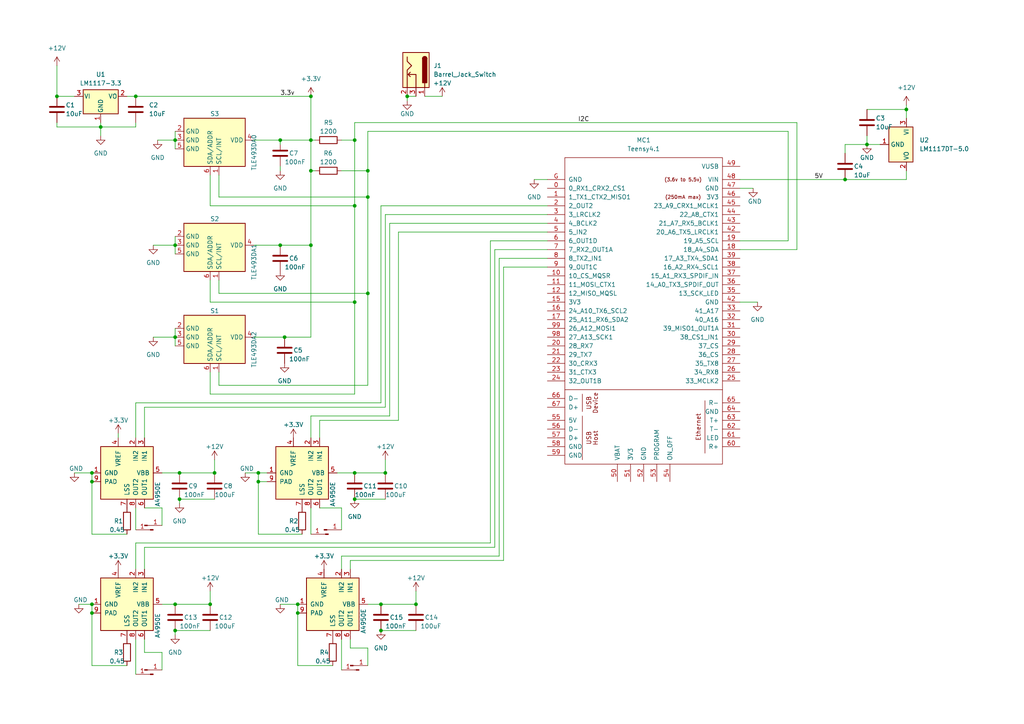
<source format=kicad_sch>
(kicad_sch (version 20230121) (generator eeschema)
  (paper "A4")
  (lib_symbols
    (symbol "Connector:Barrel_Jack_Switch" (pin_names hide)
      (property "Reference" "J" (at 0 5.334 0))
      (property "Value" "Barrel_Jack_Switch" (at 0 -5.08 0))
      (symbol "Barrel_Jack_Switch_0_1"
        (rectangle (start -5.08 3.81) (end 5.08 -3.81) (stroke (width 0.254)) (fill (type background)))
        (arc (start -3.302 3.175) (mid -3.9343 2.54) (end -3.302 1.905) (stroke (width 0.254)))
        (arc (start -3.302 3.175) (mid -3.9343 2.54) (end -3.302 1.905) (stroke (width 0.254)) (fill (type outline)))
        (polyline (pts (xy 1.27 -2.286) (xy 1.905 -1.651)) (stroke (width 0.254)))
        (polyline (pts (xy 5.08 2.54) (xy 3.81 2.54)) (stroke (width 0.254)))
        (polyline (pts (xy 5.08 0) (xy 1.27 0) (xy 1.27 -2.286) (xy 0.635 -1.651)) (stroke (width 0.254)))
        (polyline (pts (xy -3.81 -2.54) (xy -2.54 -2.54) (xy -1.27 -1.27) (xy 0 -2.54) (xy 2.54 -2.54) (xy 5.08 -2.54)) (stroke (width 0.254)))
        (rectangle (start 3.683 3.175) (end -3.302 1.905) (stroke (width 0.254)) (fill (type outline)))
      )
      (symbol "Barrel_Jack_Switch_1_1"
        (pin passive line (at 7.62 2.54 180) (length 2.54) (name "~") (number "1"))
        (pin passive line (at 7.62 -2.54 180) (length 2.54) (name "~") (number "2"))
        (pin passive line (at 7.62 0 180) (length 2.54) (name "~") (number "3"))
      )
    )
    (symbol "Connector:Conn_01x01_Pin" (pin_names (offset 1.016) hide)
      (property "Reference" "J" (at 0 2.54 0))
      (property "Value" "Conn_01x01_Pin" (at 0 -2.54 0))
      (symbol "Conn_01x01_Pin_1_1"
        (polyline (pts (xy 1.27 0) (xy 0.8636 0)) (stroke (width 0.1524)))
        (rectangle (start 0.8636 0.127) (end 0 -0.127) (stroke (width 0.1524)) (fill (type outline)))
        (pin passive line (at 5.08 0 180) (length 3.81) (name "Pin_1") (number "1"))
      )
    )
    (symbol "Device:C" (pin_numbers hide) (pin_names (offset 0.254))
      (property "Reference" "C" (at 0.635 2.54 0))
      (property "Value" "C" (at 0.635 -2.54 0))
      (symbol "C_0_1"
        (polyline (pts (xy -2.032 -0.762) (xy 2.032 -0.762)) (stroke (width 0.508)))
        (polyline (pts (xy -2.032 0.762) (xy 2.032 0.762)) (stroke (width 0.508)))
      )
      (symbol "C_1_1"
        (pin passive line (at 0 3.81 270) (length 2.794) (name "~") (number "1"))
        (pin passive line (at 0 -3.81 90) (length 2.794) (name "~") (number "2"))
      )
    )
    (symbol "Device:R" (pin_numbers hide) (pin_names (offset 0))
      (property "Reference" "R" (at 2.032 0 90))
      (property "Value" "R" (at 0 0 90))
      (symbol "R_0_1"
        (rectangle (start -1.016 -2.54) (end 1.016 2.54) (stroke (width 0.254)))
      )
      (symbol "R_1_1"
        (pin passive line (at 0 3.81 270) (length 1.27) (name "~") (number "1"))
        (pin passive line (at 0 -3.81 90) (length 1.27) (name "~") (number "2"))
      )
    )
    (symbol "Driver_Motor:A4950E" (pin_names (offset 1.016))
      (property "Reference" "U" (at -7.62 8.89 0))
      (property "Value" "A4950E" (at 5.08 8.89 0))
      (symbol "A4950E_0_1"
        (rectangle (start -7.62 7.62) (end 7.62 -7.62) (stroke (width 0.254)) (fill (type background)))
      )
      (symbol "A4950E_1_1"
        (pin power_in line (at 0 -10.16 90) (length 2.54) (name "GND") (number "1"))
        (pin input line (at -10.16 2.54 0) (length 2.54) (name "IN2") (number "2"))
        (pin input line (at -10.16 5.08 0) (length 2.54) (name "IN1") (number "3"))
        (pin passive line (at -10.16 -2.54 0) (length 2.54) (name "VREF") (number "4"))
        (pin power_in line (at 0 10.16 270) (length 2.54) (name "VBB") (number "5"))
        (pin power_out line (at 10.16 5.08 180) (length 2.54) (name "OUT1") (number "6"))
        (pin power_in line (at 10.16 0 180) (length 2.54) (name "LSS") (number "7"))
        (pin power_out line (at 10.16 2.54 180) (length 2.54) (name "OUT2") (number "8"))
        (pin power_in line (at 2.54 -10.16 90) (length 2.54) (name "PAD") (number "9"))
      )
    )
    (symbol "Regulator_Linear1:LM1117-3.3" (pin_names (offset 0.254))
      (property "Reference" "U" (at -3.81 3.175 0))
      (property "Value" "LM1117-3.3" (at 0 3.175 0))
      (symbol "LM1117-3.3_0_1"
        (rectangle (start -5.08 -5.08) (end 5.08 1.905) (stroke (width 0.254)) (fill (type background)))
      )
      (symbol "LM1117-3.3_1_1"
        (pin power_in line (at 0 -7.62 90) (length 2.54) (name "GND") (number "1"))
        (pin power_out line (at 7.62 0 180) (length 2.54) (name "VO") (number "2"))
        (pin power_in line (at -7.62 0 0) (length 2.54) (name "VI") (number "3"))
      )
    )
    (symbol "Regulator_Linear:LM1117DT-5.0"
      (property "Reference" "U" (at -3.81 3.175 0))
      (property "Value" "LM1117DT-5.0" (at 0 3.175 0))
      (symbol "LM1117DT-5.0_0_1"
        (rectangle (start -5.08 -5.08) (end 5.08 1.905) (stroke (width 0.254)) (fill (type background)))
      )
      (symbol "LM1117DT-5.0_1_1"
        (pin power_in line (at 0 -7.62 90) (length 2.54) (name "GND") (number "1"))
        (pin power_out line (at 7.62 0 180) (length 2.54) (name "VO") (number "2"))
        (pin power_in line (at -7.62 0 0) (length 2.54) (name "VI") (number "3"))
      )
    )
    (symbol "Sensor_Magnetic:TLV493D"
      (property "Reference" "U" (at -6.35 11.43 0))
      (property "Value" "TLV493D" (at 5.08 11.43 0))
      (symbol "TLV493D_0_1"
        (rectangle (start -7.62 10.16) (end 6.35 -7.62) (stroke (width 0.254)) (fill (type background)))
      )
      (symbol "TLV493D_1_1"
        (pin bidirectional line (at -10.16 2.54 0) (length 2.54) (name "SCL/INT") (number "1"))
        (pin power_in line (at 2.54 -10.16 90) (length 2.54) (name "GND") (number "2"))
        (pin power_in line (at 0 -10.16 90) (length 2.54) (name "GND") (number "3"))
        (pin power_in line (at 0 12.7 270) (length 2.54) (name "VDD") (number "4"))
        (pin power_in line (at -2.54 -10.16 90) (length 2.54) (name "GND") (number "5"))
        (pin bidirectional line (at -10.16 0 0) (length 2.54) (name "SDA/ADDR") (number "6"))
      )
    )
    (symbol "power:+12V" (power) (pin_names (offset 0))
      (property "Value" "+12V" (at 0 3.556 0))
      (symbol "+12V_0_1"
        (polyline (pts (xy -0.762 1.27) (xy 0 2.54)))
        (polyline (pts (xy 0 0) (xy 0 2.54)))
        (polyline (pts (xy 0 2.54) (xy 0.762 1.27)))
      )
      (symbol "+12V_1_1"
        (pin power_in line (at 0 0 90) (length 0) hide (name "+12V") (number "1"))
      )
    )
    (symbol "power:+3.3V" (power) (pin_names (offset 0))
      (property "Value" "+3.3V" (at 0 3.556 0))
      (symbol "+3.3V_0_1"
        (polyline (pts (xy -0.762 1.27) (xy 0 2.54)))
        (polyline (pts (xy 0 0) (xy 0 2.54)))
        (polyline (pts (xy 0 2.54) (xy 0.762 1.27)))
      )
      (symbol "+3.3V_1_1"
        (pin power_in line (at 0 0 90) (length 0) hide (name "+3.3V") (number "1"))
      )
    )
    (symbol "power:GND" (power) (pin_names (offset 0))
      (property "Value" "GND" (at 0 -3.81 0))
      (symbol "GND_0_1"
        (polyline (pts (xy 0 0) (xy 0 -1.27) (xy 1.27 -1.27) (xy 0 -2.54) (xy -1.27 -1.27) (xy 0 -1.27)))
      )
      (symbol "GND_1_1"
        (pin power_in line (at 0 0 270) (length 0) hide (name "GND") (number "1"))
      )
    )
    (symbol "teensy:Teensy4.1" (pin_names (offset 1.016))
      (property "Reference" "MC1" (at 0 66.04 0))
      (property "Value" "Teensy4.1" (at 0 63.5 0))
      (symbol "Teensy4.1_0_0"
        (polyline (pts (xy -22.86 -6.35) (xy 22.86 -6.35)))
        (polyline (pts (xy -17.78 -26.67) (xy -17.78 -13.97)))
        (polyline (pts (xy -17.78 -7.62) (xy -17.78 -12.7)))
        (polyline (pts (xy 17.78 -9.525) (xy 17.78 -24.765)))
        (text "(250mA max)" (at 11.43 49.53 0) (effects (font (size 1.016 1.016))))
        (text "(3.6v to 5.5v)" (at 11.43 54.61 0) (effects (font (size 1.016 1.016))))
        (text "Device" (at -13.97 -10.16 900) (effects (font (size 1.27 1.27))))
        (text "Ethernet" (at 15.875 -17.145 900) (effects (font (size 1.27 1.27))))
        (text "Host" (at -13.97 -20.32 900) (effects (font (size 1.27 1.27))))
        (text "USB" (at -15.875 -20.32 900) (effects (font (size 1.27 1.27))))
        (text "USB" (at -15.875 -10.16 900) (effects (font (size 1.27 1.27))))
        (pin power_in line (at -27.94 19.05 0) (length 5.08) (name "3V3") (number "15"))
        (pin bidirectional line (at -27.94 16.51 0) (length 5.08) (name "24_A10_TX6_SCL2") (number "16"))
        (pin bidirectional line (at -27.94 13.97 0) (length 5.08) (name "25_A11_RX6_SDA2") (number "17"))
        (pin bidirectional line (at -27.94 6.35 0) (length 5.08) (name "28_RX7") (number "20"))
        (pin bidirectional line (at -27.94 3.81 0) (length 5.08) (name "29_TX7") (number "21"))
        (pin bidirectional line (at -27.94 1.27 0) (length 5.08) (name "30_CRX3") (number "22"))
        (pin bidirectional line (at -27.94 -1.27 0) (length 5.08) (name "31_CTX3") (number "23"))
        (pin bidirectional line (at -27.94 -3.81 0) (length 5.08) (name "32_OUT1B") (number "24"))
        (pin bidirectional line (at 27.94 -3.81 180) (length 5.08) (name "33_MCLK2") (number "25"))
        (pin bidirectional line (at 27.94 -1.27 180) (length 5.08) (name "34_RX8") (number "26"))
        (pin bidirectional line (at 27.94 1.27 180) (length 5.08) (name "35_TX8") (number "27"))
        (pin bidirectional line (at 27.94 3.81 180) (length 5.08) (name "36_CS") (number "28"))
        (pin bidirectional line (at 27.94 6.35 180) (length 5.08) (name "37_CS") (number "29"))
        (pin bidirectional line (at 27.94 8.89 180) (length 5.08) (name "38_CS1_IN1") (number "30"))
        (pin bidirectional line (at 27.94 11.43 180) (length 5.08) (name "39_MISO1_OUT1A") (number "31"))
        (pin bidirectional line (at 27.94 13.97 180) (length 5.08) (name "40_A16") (number "32"))
        (pin bidirectional line (at 27.94 16.51 180) (length 5.08) (name "41_A17") (number "33"))
        (pin bidirectional line (at 27.94 21.59 180) (length 5.08) (name "13_SCK_LED") (number "35"))
        (pin bidirectional line (at 27.94 24.13 180) (length 5.08) (name "14_A0_TX3_SPDIF_OUT") (number "36"))
        (pin bidirectional line (at 27.94 26.67 180) (length 5.08) (name "15_A1_RX3_SPDIF_IN") (number "37"))
        (pin bidirectional line (at 27.94 29.21 180) (length 5.08) (name "16_A2_RX4_SCL1") (number "38"))
        (pin bidirectional line (at 27.94 31.75 180) (length 5.08) (name "17_A3_TX4_SDA1") (number "39"))
        (pin bidirectional line (at 27.94 39.37 180) (length 5.08) (name "20_A6_TX5_LRCLK1") (number "42"))
        (pin bidirectional line (at 27.94 41.91 180) (length 5.08) (name "21_A7_RX5_BCLK1") (number "43"))
        (pin bidirectional line (at 27.94 44.45 180) (length 5.08) (name "22_A8_CTX1") (number "44"))
        (pin bidirectional line (at 27.94 46.99 180) (length 5.08) (name "23_A9_CRX1_MCLK1") (number "45"))
        (pin output line (at 27.94 49.53 180) (length 5.08) (name "3V3") (number "46"))
        (pin output line (at 27.94 52.07 180) (length 5.08) (name "GND") (number "47"))
        (pin power_in line (at 27.94 54.61 180) (length 5.08) (name "VIN") (number "48"))
        (pin power_out line (at 27.94 58.42 180) (length 5.08) (name "VUSB") (number "49"))
        (pin power_in line (at -7.62 -33.02 90) (length 5.08) (name "VBAT") (number "50"))
        (pin power_in line (at -3.81 -33.02 90) (length 5.08) (name "3V3") (number "51"))
        (pin input line (at 0 -33.02 90) (length 5.08) (name "GND") (number "52"))
        (pin input line (at 3.81 -33.02 90) (length 5.08) (name "PROGRAM") (number "53"))
        (pin input line (at 7.62 -33.02 90) (length 5.08) (name "ON_OFF") (number "54"))
        (pin power_out line (at -27.94 -15.24 0) (length 5.08) (name "5V") (number "55"))
        (pin bidirectional line (at -27.94 -17.78 0) (length 5.08) (name "D-") (number "56"))
        (pin bidirectional line (at -27.94 -20.32 0) (length 5.08) (name "D+") (number "57"))
        (pin power_in line (at -27.94 -22.86 0) (length 5.08) (name "GND") (number "58"))
        (pin power_in line (at -27.94 -25.4 0) (length 5.08) (name "GND") (number "59"))
        (pin bidirectional line (at 27.94 -22.86 180) (length 5.08) (name "R+") (number "60"))
        (pin bidirectional line (at 27.94 -20.32 180) (length 5.08) (name "LED") (number "61"))
        (pin bidirectional line (at 27.94 -17.78 180) (length 5.08) (name "T-") (number "62"))
        (pin bidirectional line (at 27.94 -15.24 180) (length 5.08) (name "T+") (number "63"))
        (pin power_in line (at 27.94 -12.7 180) (length 5.08) (name "GND") (number "64"))
        (pin bidirectional line (at 27.94 -10.16 180) (length 5.08) (name "R-") (number "65"))
        (pin bidirectional line (at -27.94 -8.89 0) (length 5.08) (name "D-") (number "66"))
        (pin bidirectional line (at -27.94 -11.43 0) (length 5.08) (name "D+") (number "67"))
      )
      (symbol "Teensy4.1_0_1"
        (rectangle (start -22.86 60.96) (end 22.86 -27.94))
        (rectangle (start -20.32 -1.27) (end -20.32 -1.27))
      )
      (symbol "Teensy4.1_1_0"
        (pin bidirectional line (at -27.94 26.67 0) (length 5.08) (name "10_CS_MQSR") (number "10"))
        (pin bidirectional line (at -27.94 24.13 0) (length 5.08) (name "11_MOSI_CTX1") (number "11"))
        (pin bidirectional line (at -27.94 21.59 0) (length 5.08) (name "12_MISO_MQSL") (number "12"))
        (pin bidirectional line (at 27.94 34.29 180) (length 5.08) (name "18_A4_SDA") (number "18"))
        (pin bidirectional line (at 27.94 36.83 180) (length 5.08) (name "19_A5_SCL") (number "19"))
        (pin bidirectional line (at -27.94 44.45 0) (length 5.08) (name "3_LRCLK2") (number "3"))
        (pin bidirectional line (at -27.94 41.91 0) (length 5.08) (name "4_BCLK2") (number "4"))
        (pin bidirectional line (at -27.94 39.37 0) (length 5.08) (name "5_IN2") (number "5"))
        (pin bidirectional line (at -27.94 36.83 0) (length 5.08) (name "6_OUT1D") (number "6"))
        (pin bidirectional line (at -27.94 34.29 0) (length 5.08) (name "7_RX2_OUT1A") (number "7"))
        (pin bidirectional line (at -27.94 31.75 0) (length 5.08) (name "8_TX2_IN1") (number "8"))
        (pin bidirectional line (at -27.94 29.21 0) (length 5.08) (name "9_OUT1C") (number "9"))
        (pin bidirectional line (at -27.94 8.89 0) (length 5.08) (name "27_A13_SCK1") (number "98"))
        (pin bidirectional line (at -27.94 11.43 0) (length 5.08) (name "26_A12_MOSI1") (number "99"))
      )
      (symbol "Teensy4.1_1_1"
        (pin bidirectional line (at -27.94 52.07 0) (length 5.08) (name "0_RX1_CRX2_CS1") (number "0"))
        (pin bidirectional line (at -27.94 49.53 0) (length 5.08) (name "1_TX1_CTX2_MISO1") (number "1"))
        (pin bidirectional line (at -27.94 46.99 0) (length 5.08) (name "2_OUT2") (number "2"))
        (pin power_in line (at 27.94 19.05 180) (length 5.08) (name "GND") (number "42"))
        (pin power_in line (at -27.94 54.61 0) (length 5.08) (name "GND") (number "G"))
      )
    )
  )
  (junction (at 106.68 85.09))
  (junction (at 82.55 97.79))
  (junction (at 118.11 27.94))
  (junction (at 106.68 49.53))
  (junction (at 26.67 175.26))
  (junction (at 102.87 87.63))
  (junction (at 81.28 40.64))
  (junction (at 106.68 57.15))
  (junction (at 86.36 175.26))
  (junction (at 86.36 177.8))
  (junction (at 50.8 182.88))
  (junction (at 50.8 97.79))
  (junction (at 102.87 144.78))
  (junction (at 90.17 27.94))
  (junction (at 90.17 40.64))
  (junction (at 39.37 27.94))
  (junction (at 62.23 137.16))
  (junction (at 74.93 139.7))
  (junction (at 111.76 137.16))
  (junction (at 50.8 71.12))
  (junction (at 26.67 137.16))
  (junction (at 120.65 175.26))
  (junction (at 102.87 59.69))
  (junction (at 26.67 139.7))
  (junction (at 29.21 36.83))
  (junction (at 81.28 71.12))
  (junction (at 16.51 27.94))
  (junction (at 90.17 49.53))
  (junction (at 52.07 144.78))
  (junction (at 52.07 137.16))
  (junction (at 102.87 40.64))
  (junction (at 110.49 182.88))
  (junction (at 110.49 175.26))
  (junction (at 50.8 40.64))
  (junction (at 74.93 137.16))
  (junction (at 262.89 31.75))
  (junction (at 60.96 175.26))
  (junction (at 50.8 175.26))
  (junction (at 245.11 52.07))
  (junction (at 26.67 177.8))
  (junction (at 251.46 41.91))
  (junction (at 102.87 137.16))
  (junction (at 90.17 71.12))
  (wire (pts (xy 41.91 189.23) (xy 46.99 189.23)))
  (wire (pts (xy 101.6 185.42) (xy 101.6 187.96)))
  (wire (pts (xy 154.94 52.07) (xy 158.75 52.07)))
  (wire (pts (xy 90.17 120.65) (xy 90.17 127)))
  (wire (pts (xy 81.28 48.26) (xy 81.28 49.53)))
  (wire (pts (xy 251.46 31.75) (xy 262.89 31.75)))
  (wire (pts (xy 16.51 36.83) (xy 29.21 36.83)))
  (wire (pts (xy 219.71 87.63) (xy 214.63 87.63)))
  (wire (pts (xy 81.28 40.64) (xy 90.17 40.64)))
  (wire (pts (xy 26.67 137.16) (xy 26.67 139.7)))
  (wire (pts (xy 34.29 125.73) (xy 34.29 127)))
  (wire (pts (xy 115.57 67.31) (xy 115.57 121.92)))
  (wire (pts (xy 101.6 187.96) (xy 106.68 187.96)))
  (wire (pts (xy 144.78 74.93) (xy 144.78 161.29)))
  (wire (pts (xy 63.5 107.95) (xy 63.5 111.76)))
  (wire (pts (xy 111.76 118.11) (xy 111.76 62.23)))
  (wire (pts (xy 99.06 161.29) (xy 99.06 165.1)))
  (wire (pts (xy 146.05 77.47) (xy 146.05 162.56)))
  (wire (pts (xy 46.99 189.23) (xy 46.99 194.31)))
  (wire (pts (xy 26.67 175.26) (xy 26.67 177.8)))
  (wire (pts (xy 44.45 97.79) (xy 50.8 97.79)))
  (wire (pts (xy 60.96 107.95) (xy 60.96 114.3)))
  (wire (pts (xy 102.87 35.56) (xy 102.87 40.64)))
  (wire (pts (xy 81.28 71.12) (xy 90.17 71.12)))
  (wire (pts (xy 102.87 87.63) (xy 102.87 114.3)))
  (wire (pts (xy 158.75 59.69) (xy 110.49 59.69)))
  (wire (pts (xy 143.51 72.39) (xy 143.51 158.75)))
  (wire (pts (xy 97.79 137.16) (xy 102.87 137.16)))
  (wire (pts (xy 71.12 137.16) (xy 74.93 137.16)))
  (wire (pts (xy 99.06 185.42) (xy 99.06 194.31)))
  (wire (pts (xy 81.28 175.26) (xy 86.36 175.26)))
  (wire (pts (xy 41.91 158.75) (xy 41.91 165.1)))
  (wire (pts (xy 21.59 137.16) (xy 26.67 137.16)))
  (wire (pts (xy 46.99 137.16) (xy 52.07 137.16)))
  (wire (pts (xy 29.21 36.83) (xy 29.21 39.37)))
  (wire (pts (xy 63.5 50.8) (xy 63.5 57.15)))
  (wire (pts (xy 46.99 175.26) (xy 50.8 175.26)))
  (wire (pts (xy 39.37 27.94) (xy 90.17 27.94)))
  (wire (pts (xy 111.76 133.35) (xy 111.76 137.16)))
  (wire (pts (xy 142.24 69.85) (xy 142.24 157.48)))
  (wire (pts (xy 228.6 69.85) (xy 228.6 38.1)))
  (wire (pts (xy 52.07 144.78) (xy 62.23 144.78)))
  (wire (pts (xy 22.86 175.26) (xy 26.67 175.26)))
  (wire (pts (xy 39.37 185.42) (xy 39.37 195.58)))
  (wire (pts (xy 106.68 57.15) (xy 106.68 85.09)))
  (wire (pts (xy 36.83 27.94) (xy 39.37 27.94)))
  (wire (pts (xy 262.89 31.75) (xy 262.89 30.48)))
  (wire (pts (xy 106.68 187.96) (xy 106.68 193.04)))
  (wire (pts (xy 102.87 114.3) (xy 60.96 114.3)))
  (wire (pts (xy 86.36 193.04) (xy 86.36 177.8)))
  (wire (pts (xy 74.93 137.16) (xy 74.93 139.7)))
  (wire (pts (xy 73.66 40.64) (xy 81.28 40.64)))
  (wire (pts (xy 110.49 116.84) (xy 39.37 116.84)))
  (wire (pts (xy 110.49 175.26) (xy 120.65 175.26)))
  (wire (pts (xy 60.96 175.26) (xy 60.96 171.45)))
  (wire (pts (xy 26.67 193.04) (xy 26.67 177.8)))
  (wire (pts (xy 46.99 147.32) (xy 46.99 152.4)))
  (wire (pts (xy 50.8 71.12) (xy 50.8 73.66)))
  (wire (pts (xy 90.17 71.12) (xy 90.17 97.79)))
  (wire (pts (xy 214.63 52.07) (xy 245.11 52.07)))
  (wire (pts (xy 262.89 49.53) (xy 262.89 52.07)))
  (wire (pts (xy 111.76 62.23) (xy 158.75 62.23)))
  (wire (pts (xy 110.49 59.69) (xy 110.49 116.84)))
  (wire (pts (xy 158.75 69.85) (xy 142.24 69.85)))
  (wire (pts (xy 74.93 154.94) (xy 74.93 139.7)))
  (wire (pts (xy 118.11 27.94) (xy 118.11 29.21)))
  (wire (pts (xy 50.8 38.1) (xy 50.8 40.64)))
  (wire (pts (xy 99.06 147.32) (xy 99.06 153.67)))
  (wire (pts (xy 81.28 40.64) (xy 81.28 41.91)))
  (wire (pts (xy 90.17 147.32) (xy 90.17 154.94)))
  (wire (pts (xy 158.75 72.39) (xy 143.51 72.39)))
  (wire (pts (xy 158.75 64.77) (xy 113.03 64.77)))
  (wire (pts (xy 102.87 35.56) (xy 231.14 35.56)))
  (wire (pts (xy 44.45 71.12) (xy 50.8 71.12)))
  (wire (pts (xy 146.05 162.56) (xy 101.6 162.56)))
  (wire (pts (xy 120.65 175.26) (xy 120.65 171.45)))
  (wire (pts (xy 41.91 147.32) (xy 46.99 147.32)))
  (wire (pts (xy 218.44 54.61) (xy 214.63 54.61)))
  (wire (pts (xy 214.63 69.85) (xy 228.6 69.85)))
  (wire (pts (xy 50.8 95.25) (xy 50.8 97.79)))
  (wire (pts (xy 87.63 154.94) (xy 74.93 154.94)))
  (wire (pts (xy 102.87 40.64) (xy 102.87 59.69)))
  (wire (pts (xy 63.5 85.09) (xy 106.68 85.09)))
  (wire (pts (xy 36.83 193.04) (xy 26.67 193.04)))
  (wire (pts (xy 106.68 38.1) (xy 106.68 49.53)))
  (wire (pts (xy 41.91 158.75) (xy 143.51 158.75)))
  (wire (pts (xy 39.37 35.56) (xy 39.37 36.83)))
  (wire (pts (xy 90.17 40.64) (xy 90.17 49.53)))
  (wire (pts (xy 50.8 97.79) (xy 50.8 100.33)))
  (wire (pts (xy 16.51 36.83) (xy 16.51 35.56)))
  (wire (pts (xy 60.96 59.69) (xy 102.87 59.69)))
  (wire (pts (xy 118.11 27.94) (xy 120.65 27.94)))
  (wire (pts (xy 41.91 185.42) (xy 41.91 189.23)))
  (wire (pts (xy 128.27 27.94) (xy 123.19 27.94)))
  (wire (pts (xy 214.63 72.39) (xy 231.14 72.39)))
  (wire (pts (xy 99.06 49.53) (xy 106.68 49.53)))
  (wire (pts (xy 62.23 137.16) (xy 62.23 133.35)))
  (wire (pts (xy 39.37 157.48) (xy 39.37 165.1)))
  (wire (pts (xy 90.17 49.53) (xy 91.44 49.53)))
  (wire (pts (xy 90.17 27.94) (xy 90.17 40.64)))
  (wire (pts (xy 39.37 157.48) (xy 142.24 157.48)))
  (wire (pts (xy 73.66 97.79) (xy 82.55 97.79)))
  (wire (pts (xy 158.75 77.47) (xy 146.05 77.47)))
  (wire (pts (xy 113.03 64.77) (xy 113.03 120.65)))
  (wire (pts (xy 102.87 137.16) (xy 111.76 137.16)))
  (wire (pts (xy 73.66 71.12) (xy 81.28 71.12)))
  (wire (pts (xy 82.55 97.79) (xy 90.17 97.79)))
  (wire (pts (xy 41.91 118.11) (xy 111.76 118.11)))
  (wire (pts (xy 102.87 144.78) (xy 111.76 144.78)))
  (wire (pts (xy 16.51 27.94) (xy 21.59 27.94)))
  (wire (pts (xy 52.07 137.16) (xy 62.23 137.16)))
  (wire (pts (xy 77.47 137.16) (xy 74.93 137.16)))
  (wire (pts (xy 92.71 147.32) (xy 99.06 147.32)))
  (wire (pts (xy 52.07 146.05) (xy 52.07 144.78)))
  (wire (pts (xy 144.78 161.29) (xy 99.06 161.29)))
  (wire (pts (xy 92.71 121.92) (xy 92.71 127)))
  (wire (pts (xy 101.6 162.56) (xy 101.6 165.1)))
  (wire (pts (xy 60.96 50.8) (xy 60.96 59.69)))
  (wire (pts (xy 251.46 39.37) (xy 251.46 41.91)))
  (wire (pts (xy 60.96 87.63) (xy 102.87 87.63)))
  (wire (pts (xy 29.21 36.83) (xy 39.37 36.83)))
  (wire (pts (xy 50.8 175.26) (xy 60.96 175.26)))
  (wire (pts (xy 245.11 41.91) (xy 251.46 41.91)))
  (wire (pts (xy 262.89 34.29) (xy 262.89 31.75)))
  (wire (pts (xy 90.17 40.64) (xy 91.44 40.64)))
  (wire (pts (xy 106.68 49.53) (xy 106.68 57.15)))
  (wire (pts (xy 115.57 121.92) (xy 92.71 121.92)))
  (wire (pts (xy 50.8 182.88) (xy 60.96 182.88)))
  (wire (pts (xy 74.93 139.7) (xy 77.47 139.7)))
  (wire (pts (xy 228.6 38.1) (xy 106.68 38.1)))
  (wire (pts (xy 16.51 19.05) (xy 16.51 27.94)))
  (wire (pts (xy 86.36 175.26) (xy 86.36 177.8)))
  (wire (pts (xy 99.06 40.64) (xy 102.87 40.64)))
  (wire (pts (xy 29.21 36.83) (xy 29.21 35.56)))
  (wire (pts (xy 60.96 81.28) (xy 60.96 87.63)))
  (wire (pts (xy 110.49 182.88) (xy 120.65 182.88)))
  (wire (pts (xy 63.5 81.28) (xy 63.5 85.09)))
  (wire (pts (xy 106.68 175.26) (xy 110.49 175.26)))
  (wire (pts (xy 231.14 35.56) (xy 231.14 72.39)))
  (wire (pts (xy 251.46 41.91) (xy 255.27 41.91)))
  (wire (pts (xy 262.89 52.07) (xy 245.11 52.07)))
  (wire (pts (xy 158.75 74.93) (xy 144.78 74.93)))
  (wire (pts (xy 63.5 111.76) (xy 106.68 111.76)))
  (wire (pts (xy 102.87 59.69) (xy 102.87 87.63)))
  (wire (pts (xy 245.11 44.45) (xy 245.11 41.91)))
  (wire (pts (xy 39.37 147.32) (xy 39.37 153.67)))
  (wire (pts (xy 113.03 120.65) (xy 90.17 120.65)))
  (wire (pts (xy 26.67 154.94) (xy 26.67 139.7)))
  (wire (pts (xy 50.8 40.64) (xy 50.8 43.18)))
  (wire (pts (xy 50.8 68.58) (xy 50.8 71.12)))
  (wire (pts (xy 158.75 67.31) (xy 115.57 67.31)))
  (wire (pts (xy 50.8 184.15) (xy 50.8 182.88)))
  (wire (pts (xy 36.83 154.94) (xy 26.67 154.94)))
  (wire (pts (xy 90.17 49.53) (xy 90.17 71.12)))
  (wire (pts (xy 41.91 127) (xy 41.91 118.11)))
  (wire (pts (xy 106.68 85.09) (xy 106.68 111.76)))
  (wire (pts (xy 39.37 116.84) (xy 39.37 127)))
  (wire (pts (xy 63.5 57.15) (xy 106.68 57.15)))
  (wire (pts (xy 45.72 40.64) (xy 50.8 40.64)))
  (wire (pts (xy 96.52 193.04) (xy 86.36 193.04)))
  (label "5V" (at 236.22 52.07 0))
  (label "3.3v" (at 81.28 27.94 0))
  (label "I2C" (at 167.64 35.56 0))
  (symbol (lib_id "Device:C") (at 111.76 140.97 0) (unit 1)
    (property "Reference" "C10" (at 114.3 140.97 0) (effects (justify left)))
    (property "Value" "100uF" (at 111.76 143.51 0) (effects (justify left)))
    (property "Footprint" "Capacitor_SMD:CP_Elec_6.3x7.7" (effects hide))
  )
  (symbol (lib_id "Device:C") (at 52.07 140.97 0) (unit 1)
    (property "Reference" "C9" (at 54.61 140.97 0) (effects (justify left)))
    (property "Value" "100nF" (at 53.34 143.51 0) (effects (justify left)))
    (property "Footprint" "Capacitor_SMD:C_0603_1608Metric" (effects hide))
  )
  (symbol (lib_id "power:+12V") (at 120.65 171.45 0) (unit 1)
    (property "Reference" "#PWR011" (effects hide))
    (property "Value" "+12V" (at 120.65 167.64 0))
  )
  (symbol (lib_id "Device:R") (at 95.25 49.53 270) (unit 1)
    (property "Reference" "R6" (at 96.52 44.45 90) (effects (justify right)))
    (property "Value" "1200" (at 97.79 46.99 90) (effects (justify right)))
    (property "Footprint" "Resistor_SMD:R_0805_2012Metric" (effects hide))
  )
  (symbol (lib_id "power:GND") (at 81.28 78.74 0) (mirror y) (unit 1)
    (property "Reference" "#PWR020" (effects hide))
    (property "Value" "GND" (at 81.28 83.82 0))
  )
  (symbol (lib_id "Connector:Conn_01x01_Pin") (at 44.45 153.67 180) (unit 1)
    (property "Reference" "1_2" (effects hide))
    (property "Value" "solenoid" (effects hide))
    (property "Footprint" "TestPoint:TestPoint_Pad_1.5x1.5mm" (effects hide))
  )
  (symbol (lib_id "power:GND") (at 81.28 175.26 0) (unit 1)
    (property "Reference" "#PWR026" (effects hide))
    (property "Value" "GND" (at 83.82 173.99 0) (effects (justify right)))
  )
  (symbol (lib_id "power:GND") (at 52.07 146.05 0) (unit 1)
    (property "Reference" "#PWR07" (effects hide))
    (property "Value" "GND" (at 52.07 151.13 0))
  )
  (symbol (lib_id "power:+3.3V") (at 90.17 27.94 0) (unit 1)
    (property "Reference" "#PWR017" (effects hide))
    (property "Value" "+3.3V" (at 90.17 22.86 0))
  )
  (symbol (lib_id "power:GND") (at 110.49 182.88 0) (unit 1)
    (property "Reference" "#PWR012" (effects hide))
    (property "Value" "GND" (at 110.49 187.96 0))
  )
  (symbol (lib_id "Regulator_Linear1:LM1117-3.3") (at 29.21 27.94 0) (unit 1)
    (property "Reference" "U1" (at 29.21 21.59 0))
    (property "Value" "LM1117-3.3" (at 29.21 24.13 0))
    (property "Footprint" "MAGLEV:lm1117" (effects hide))
    (property "Datasheet" "http://www.ti.com/lit/ds/symlink/lm1117.pdf" (effects hide))
  )
  (symbol (lib_id "Device:C") (at 102.87 140.97 0) (unit 1)
    (property "Reference" "C11" (at 105.41 140.97 0) (effects (justify left)))
    (property "Value" "100nF" (at 102.87 143.51 0) (effects (justify left)))
    (property "Footprint" "Capacitor_SMD:C_0603_1608Metric" (effects hide))
  )
  (symbol (lib_id "Connector:Conn_01x01_Pin") (at 104.14 194.31 180) (unit 1)
    (property "Reference" "4_2" (effects hide))
    (property "Value" "solenoid" (effects hide))
    (property "Footprint" "TestPoint:TestPoint_Pad_1.5x1.5mm" (effects hide))
  )
  (symbol (lib_id "Connector:Conn_01x01_Pin") (at 93.98 153.67 0) (unit 1)
    (property "Reference" "2_1" (effects hide))
    (property "Value" "solenoid" (effects hide))
    (property "Footprint" "TestPoint:TestPoint_Pad_1.5x1.5mm" (effects hide))
  )
  (symbol (lib_id "Device:C") (at 16.51 31.75 0) (unit 1)
    (property "Reference" "C1" (at 19.05 30.48 0) (effects (justify left)))
    (property "Value" "10uF" (at 19.05 33.02 0) (effects (justify left)))
    (property "Footprint" "Capacitor_SMD:C_0805_2012Metric" (effects hide))
  )
  (symbol (lib_id "power:GND") (at 154.94 52.07 0) (unit 1)
    (property "Reference" "#PWR027" (effects hide))
    (property "Value" "GND" (at 154.94 57.15 0))
  )
  (symbol (lib_id "Driver_Motor:A4950E") (at 87.63 137.16 270) (unit 1)
    (property "Reference" "M2" (effects hide))
    (property "Value" "A4950E" (at 96.52 139.7 0) (effects (justify left)))
    (property "Footprint" "Package_SO:SOIC-8-1EP_3.9x4.9mm_P1.27mm_EP2.41x3.3mm" (effects hide))
    (property "Datasheet" "http://www.allegromicro.com/~/media/Files/Datasheets/A4950-Datasheet.ashx" (effects hide))
  )
  (symbol (lib_id "Device:R") (at 87.63 151.13 0) (unit 1)
    (property "Reference" "R2" (at 83.82 151.13 0) (effects (justify left)))
    (property "Value" "0.45" (at 82.55 153.67 0) (effects (justify left)))
    (property "Footprint" "Resistor_SMD:R_1206_3216Metric_Pad1.30x1.75mm_HandSolder" (effects hide))
  )
  (symbol (lib_id "Device:C") (at 39.37 31.75 0) (unit 1)
    (property "Reference" "C2" (at 43.18 30.48 0) (effects (justify left)))
    (property "Value" "10uF" (at 43.18 33.02 0) (effects (justify left)))
    (property "Footprint" "Capacitor_SMD:C_0805_2012Metric" (effects hide))
  )
  (symbol (lib_id "Device:C") (at 245.11 48.26 0) (unit 1)
    (property "Reference" "C4" (at 247.65 48.26 0) (effects (justify left)))
    (property "Value" "10uF" (at 247.65 50.8 0) (effects (justify left)))
    (property "Footprint" "Capacitor_SMD:C_0805_2012Metric" (effects hide))
  )
  (symbol (lib_id "power:+12V") (at 16.51 19.05 0) (unit 1)
    (property "Reference" "#PWR01" (effects hide))
    (property "Value" "+12V" (at 16.51 13.97 0))
  )
  (symbol (lib_id "power:+12V") (at 262.89 30.48 0) (unit 1)
    (property "Reference" "#PWR022" (effects hide))
    (property "Value" "+12V" (at 262.89 25.4 0))
  )
  (symbol (lib_id "Device:C") (at 82.55 101.6 0) (mirror x) (unit 1)
    (property "Reference" "C5" (at 85.09 101.6 0) (effects (justify left)))
    (property "Value" "100nF" (at 83.82 104.14 0) (effects (justify left)))
    (property "Footprint" "Capacitor_SMD:C_0603_1608Metric" (effects hide))
  )
  (symbol (lib_id "Device:C") (at 50.8 179.07 0) (unit 1)
    (property "Reference" "C13" (at 53.34 179.07 0) (effects (justify left)))
    (property "Value" "100nF" (at 52.07 181.61 0) (effects (justify left)))
    (property "Footprint" "Capacitor_SMD:C_0603_1608Metric" (effects hide))
  )
  (symbol (lib_id "Device:R") (at 95.25 40.64 90) (unit 1)
    (property "Reference" "R5" (at 95.25 35.56 90))
    (property "Value" "1200" (at 95.25 38.1 90))
    (property "Footprint" "Resistor_SMD:R_0805_2012Metric" (effects hide))
  )
  (symbol (lib_id "power:GND") (at 251.46 41.91 0) (unit 1)
    (property "Reference" "#PWR023" (effects hide))
    (property "Value" "GND" (at 251.46 45.72 0))
  )
  (symbol (lib_id "power:+12V") (at 128.27 27.94 0) (mirror y) (unit 1)
    (property "Reference" "#PWR018" (effects hide))
    (property "Value" "+12V" (at 128.27 24.13 0))
  )
  (symbol (lib_id "power:+12V") (at 60.96 171.45 0) (unit 1)
    (property "Reference" "#PWR05" (effects hide))
    (property "Value" "+12V" (at 60.96 167.64 0))
  )
  (symbol (lib_id "power:GND") (at 102.87 144.78 0) (unit 1)
    (property "Reference" "#PWR09" (effects hide))
    (property "Value" "GND" (at 102.87 149.86 0))
  )
  (symbol (lib_id "Device:R") (at 36.83 189.23 0) (unit 1)
    (property "Reference" "R3" (at 33.02 189.23 0) (effects (justify left)))
    (property "Value" "0.45" (at 31.75 191.77 0) (effects (justify left)))
    (property "Footprint" "Resistor_SMD:R_1206_3216Metric_Pad1.30x1.75mm_HandSolder" (effects hide))
  )
  (symbol (lib_id "Sensor_Magnetic:TLV493D") (at 60.96 40.64 270) (mirror x) (unit 1)
    (property "Reference" "S3" (at 60.96 33.02 90) (effects (justify left)))
    (property "Value" "TLE493DA0" (at 73.66 49.53 0) (effects (justify left)))
    (property "Footprint" "Package_TO_SOT_SMD:SOT-23-6" (effects hide))
    (property "Datasheet" "http://www.infineon.com/dgdl/Infineon-TLV493D-A1B6-DS-v01_00-EN.pdf?fileId=5546d462525dbac40152a6b85c760e80" (effects hide))
  )
  (symbol (lib_id "Driver_Motor:A4950E") (at 36.83 175.26 270) (unit 1)
    (property "Reference" "M3" (effects hide))
    (property "Value" "A4950E" (at 45.72 177.8 0) (effects (justify left)))
    (property "Footprint" "Package_SO:SOIC-8-1EP_3.9x4.9mm_P1.27mm_EP2.41x3.3mm" (effects hide))
    (property "Datasheet" "http://www.allegromicro.com/~/media/Files/Datasheets/A4950-Datasheet.ashx" (effects hide))
  )
  (symbol (lib_id "power:+12V") (at 62.23 133.35 0) (unit 1)
    (property "Reference" "#PWR04" (effects hide))
    (property "Value" "+12V" (at 62.23 129.54 0))
  )
  (symbol (lib_id "Device:C") (at 81.28 74.93 0) (mirror x) (unit 1)
    (property "Reference" "C6" (at 83.82 74.93 0) (effects (justify left)))
    (property "Value" "100nF" (at 82.55 77.47 0) (effects (justify left)))
    (property "Footprint" "Capacitor_SMD:C_0603_1608Metric" (effects hide))
  )
  (symbol (lib_id "Driver_Motor:A4950E") (at 96.52 175.26 270) (unit 1)
    (property "Reference" "M4" (effects hide))
    (property "Value" "A4950E" (at 105.41 176.53 0) (effects (justify left)))
    (property "Footprint" "Package_SO:SOIC-8-1EP_3.9x4.9mm_P1.27mm_EP2.41x3.3mm" (effects hide))
    (property "Datasheet" "http://www.allegromicro.com/~/media/Files/Datasheets/A4950-Datasheet.ashx" (effects hide))
  )
  (symbol (lib_id "Device:C") (at 110.49 179.07 0) (unit 1)
    (property "Reference" "C15" (at 113.03 179.07 0) (effects (justify left)))
    (property "Value" "100nF" (at 111.76 181.61 0) (effects (justify left)))
    (property "Footprint" "Capacitor_SMD:C_0603_1608Metric" (effects hide))
  )
  (symbol (lib_id "power:+12V") (at 111.76 133.35 0) (unit 1)
    (property "Reference" "#PWR08" (effects hide))
    (property "Value" "+12V" (at 111.76 129.54 0))
  )
  (symbol (lib_id "Connector:Conn_01x01_Pin") (at 41.91 152.4 0) (unit 1)
    (property "Reference" "1_1" (effects hide))
    (property "Value" "solenoid" (effects hide))
    (property "Footprint" "TestPoint:TestPoint_Pad_1.5x1.5mm" (effects hide))
  )
  (symbol (lib_id "Regulator_Linear:LM1117DT-5.0") (at 262.89 41.91 270) (unit 1)
    (property "Reference" "U2" (at 266.7 40.64 90) (effects (justify left)))
    (property "Value" "LM1117DT-5.0" (at 266.7 43.18 90) (effects (justify left)))
    (property "Footprint" "MAGLEV:lm1117" (effects hide))
    (property "Datasheet" "http://www.ti.com/lit/ds/symlink/lm1117.pdf" (effects hide))
  )
  (symbol (lib_id "power:GND") (at 118.11 29.21 0) (unit 1)
    (property "Reference" "#PWR032" (effects hide))
    (property "Value" "GND" (at 118.11 33.02 0))
  )
  (symbol (lib_id "power:+3.3V") (at 93.98 165.1 0) (unit 1)
    (property "Reference" "#PWR014" (effects hide))
    (property "Value" "+3.3V" (at 93.98 161.29 0))
  )
  (symbol (lib_id "Connector:Barrel_Jack_Switch") (at 120.65 20.32 270) (unit 1)
    (property "Reference" "J1" (at 125.73 19.05 90) (effects (justify left)))
    (property "Value" "Barrel_Jack_Switch" (at 125.73 21.59 90) (effects (justify left)))
    (property "Footprint" "barrel jack:CUI_PJ-036AH-SMT-TR" (effects hide))
  )
  (symbol (lib_id "power:GND") (at 44.45 97.79 0) (unit 1)
    (property "Reference" "#PWR030" (effects hide))
    (property "Value" "GND" (at 44.45 102.87 0))
  )
  (symbol (lib_id "Sensor_Magnetic:TLV493D") (at 60.96 97.79 270) (mirror x) (unit 1)
    (property "Reference" "S1" (at 60.96 90.17 90) (effects (justify left)))
    (property "Value" "TLE493DA2" (at 73.66 106.68 0) (effects (justify left)))
    (property "Footprint" "Package_TO_SOT_SMD:SOT-23-6" (effects hide))
    (property "Datasheet" "http://www.infineon.com/dgdl/Infineon-TLV493D-A1B6-DS-v01_00-EN.pdf?fileId=5546d462525dbac40152a6b85c760e80" (effects hide))
  )
  (symbol (lib_id "Device:C") (at 62.23 140.97 0) (unit 1)
    (property "Reference" "C8" (at 64.77 140.97 0) (effects (justify left)))
    (property "Value" "100uF" (at 62.23 143.51 0) (effects (justify left)))
    (property "Footprint" "Capacitor_SMD:CP_Elec_6.3x7.7" (effects hide))
  )
  (symbol (lib_id "Connector:Conn_01x01_Pin") (at 101.6 193.04 0) (unit 1)
    (property "Reference" "4_1" (effects hide))
    (property "Value" "solenoid" (effects hide))
    (property "Footprint" "TestPoint:TestPoint_Pad_1.5x1.5mm" (effects hide))
  )
  (symbol (lib_id "power:GND") (at 81.28 49.53 0) (mirror y) (unit 1)
    (property "Reference" "#PWR019" (effects hide))
    (property "Value" "GND" (at 81.28 54.61 0))
  )
  (symbol (lib_id "power:GND") (at 44.45 71.12 0) (unit 1)
    (property "Reference" "#PWR029" (effects hide))
    (property "Value" "GND" (at 44.45 76.2 0))
  )
  (symbol (lib_id "power:GND") (at 50.8 184.15 0) (unit 1)
    (property "Reference" "#PWR010" (effects hide))
    (property "Value" "GND" (at 50.8 189.23 0))
  )
  (symbol (lib_id "power:+3.3V") (at 34.29 125.73 0) (unit 1)
    (property "Reference" "#PWR015" (effects hide))
    (property "Value" "+3.3V" (at 34.29 121.92 0))
  )
  (symbol (lib_id "power:+3.3V") (at 34.29 165.1 0) (unit 1)
    (property "Reference" "#PWR013" (effects hide))
    (property "Value" "+3.3V" (at 34.29 161.29 0))
  )
  (symbol (lib_id "Driver_Motor:A4950E") (at 36.83 137.16 270) (unit 1)
    (property "Reference" "M1" (effects hide))
    (property "Value" "A4950E" (at 45.72 139.7 0) (effects (justify left)))
    (property "Footprint" "Package_SO:SOIC-8-1EP_3.9x4.9mm_P1.27mm_EP2.41x3.3mm" (effects hide))
    (property "Datasheet" "http://www.allegromicro.com/~/media/Files/Datasheets/A4950-Datasheet.ashx" (effects hide))
  )
  (symbol (lib_id "power:GND") (at 29.21 39.37 0) (unit 1)
    (property "Reference" "#PWR02" (effects hide))
    (property "Value" "GND" (at 29.21 44.45 0))
  )
  (symbol (lib_id "Connector:Conn_01x01_Pin") (at 95.25 154.94 180) (unit 1)
    (property "Reference" "2_2" (effects hide))
    (property "Value" "solenoid" (effects hide))
    (property "Footprint" "TestPoint:TestPoint_Pad_1.5x1.5mm" (effects hide))
  )
  (symbol (lib_id "Connector:Conn_01x01_Pin") (at 44.45 195.58 180) (unit 1)
    (property "Reference" "3_2" (effects hide))
    (property "Value" "solenoid" (effects hide))
    (property "Footprint" "TestPoint:TestPoint_Pad_1.5x1.5mm" (effects hide))
  )
  (symbol (lib_id "teensy:Teensy4.1") (at 186.69 106.68 0) (unit 1)
    (property "Reference" "MC1" (at 186.69 40.64 0))
    (property "Value" "Teensy4.1" (at 186.69 43.18 0))
    (property "Footprint" "Teensy 4.1:teensy 4.1" (effects hide))
  )
  (symbol (lib_id "Device:C") (at 120.65 179.07 0) (unit 1)
    (property "Reference" "C14" (at 123.19 179.07 0) (effects (justify left)))
    (property "Value" "100uF" (at 121.92 181.61 0) (effects (justify left)))
    (property "Footprint" "Capacitor_SMD:CP_Elec_6.3x7.7" (effects hide))
  )
  (symbol (lib_id "Device:C") (at 251.46 35.56 0) (unit 1)
    (property "Reference" "C3" (at 254 34.29 0) (effects (justify left)))
    (property "Value" "10uF" (at 254 36.83 0) (effects (justify left)))
    (property "Footprint" "Capacitor_SMD:C_0805_2012Metric" (effects hide))
  )
  (symbol (lib_id "power:GND") (at 82.55 105.41 0) (mirror y) (unit 1)
    (property "Reference" "#PWR021" (effects hide))
    (property "Value" "GND" (at 82.55 110.49 0))
  )
  (symbol (lib_id "power:GND") (at 218.44 54.61 0) (unit 1)
    (property "Reference" "#PWR028" (effects hide))
    (property "Value" "GND" (at 220.98 58.42 0) (effects (justify right)))
  )
  (symbol (lib_id "Connector:Conn_01x01_Pin") (at 41.91 194.31 0) (unit 1)
    (property "Reference" "3_1" (effects hide))
    (property "Value" "solenoid" (effects hide))
    (property "Footprint" "TestPoint:TestPoint_Pad_1.5x1.5mm" (effects hide))
  )
  (symbol (lib_id "Device:C") (at 60.96 179.07 0) (unit 1)
    (property "Reference" "C12" (at 63.5 179.07 0) (effects (justify left)))
    (property "Value" "100uF" (at 62.23 181.61 0) (effects (justify left)))
    (property "Footprint" "Capacitor_SMD:CP_Elec_6.3x7.7" (effects hide))
  )
  (symbol (lib_id "Device:R") (at 96.52 189.23 0) (unit 1)
    (property "Reference" "R4" (at 92.71 189.23 0) (effects (justify left)))
    (property "Value" "0.45" (at 91.44 191.77 0) (effects (justify left)))
    (property "Footprint" "Resistor_SMD:R_1206_3216Metric_Pad1.30x1.75mm_HandSolder" (effects hide))
  )
  (symbol (lib_id "Sensor_Magnetic:TLV493D") (at 60.96 71.12 270) (mirror x) (unit 1)
    (property "Reference" "S2" (at 60.96 63.5 90) (effects (justify left)))
    (property "Value" "TLE493DA1" (at 73.66 81.28 0) (effects (justify left)))
    (property "Footprint" "Package_TO_SOT_SMD:SOT-23-6" (effects hide))
    (property "Datasheet" "http://www.infineon.com/dgdl/Infineon-TLV493D-A1B6-DS-v01_00-EN.pdf?fileId=5546d462525dbac40152a6b85c760e80" (effects hide))
  )
  (symbol (lib_id "power:GND") (at 22.86 175.26 0) (unit 1)
    (property "Reference" "#PWR025" (effects hide))
    (property "Value" "GND" (at 25.4 173.99 0) (effects (justify right)))
  )
  (symbol (lib_id "power:GND") (at 219.71 87.63 0) (unit 1)
    (property "Reference" "#PWR024" (effects hide))
    (property "Value" "GND" (at 219.71 92.71 0))
  )
  (symbol (lib_id "power:GND") (at 21.59 137.16 0) (unit 1)
    (property "Reference" "#PWR06" (effects hide))
    (property "Value" "GND" (at 24.13 135.89 0) (effects (justify right)))
  )
  (symbol (lib_id "Device:C") (at 81.28 44.45 0) (mirror x) (unit 1)
    (property "Reference" "C7" (at 83.82 44.45 0) (effects (justify left)))
    (property "Value" "100nF" (at 82.55 46.99 0) (effects (justify left)))
    (property "Footprint" "Capacitor_SMD:C_0603_1608Metric" (effects hide))
  )
  (symbol (lib_id "power:GND") (at 45.72 40.64 0) (unit 1)
    (property "Reference" "#PWR031" (effects hide))
    (property "Value" "GND" (at 45.72 45.72 0))
  )
  (symbol (lib_id "Device:R") (at 36.83 151.13 0) (unit 1)
    (property "Reference" "R1" (at 33.02 151.13 0) (effects (justify left)))
    (property "Value" "0.45" (at 31.75 153.67 0) (effects (justify left)))
    (property "Footprint" "Resistor_SMD:R_1206_3216Metric_Pad1.30x1.75mm_HandSolder" (effects hide))
  )
  (symbol (lib_id "power:GND") (at 71.12 137.16 0) (unit 1)
    (property "Reference" "#PWR03" (effects hide))
    (property "Value" "GND" (at 73.66 135.89 0) (effects (justify right)))
  )
  (symbol (lib_id "power:+3.3V") (at 85.09 127 0) (unit 1)
    (property "Reference" "#PWR016" (effects hide))
    (property "Value" "+3.3V" (at 85.09 123.19 0))
  )
)
</source>
